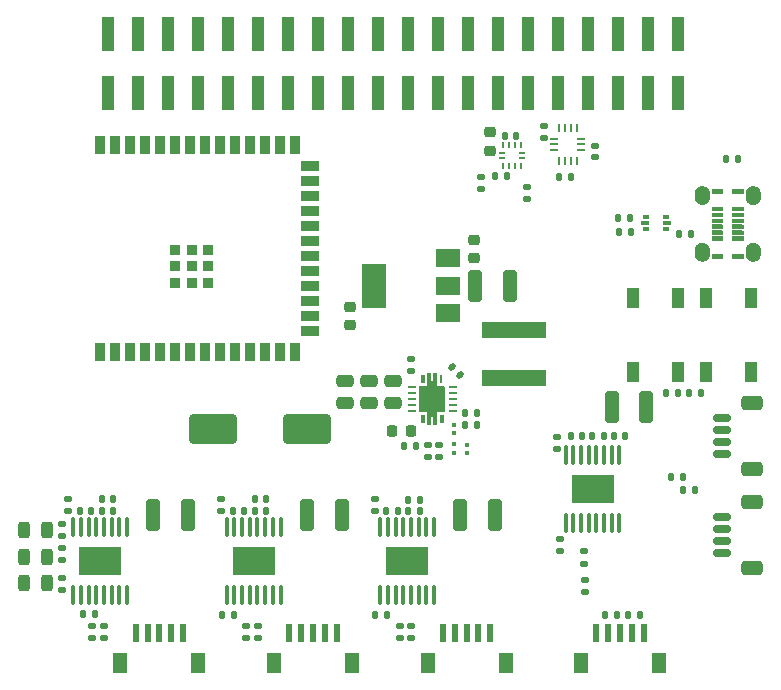
<source format=gbr>
%TF.GenerationSoftware,KiCad,Pcbnew,8.0.6*%
%TF.CreationDate,2024-10-16T15:49:25-04:00*%
%TF.ProjectId,motorgo_plink,6d6f746f-7267-46f5-9f70-6c696e6b2e6b,rev?*%
%TF.SameCoordinates,Original*%
%TF.FileFunction,Paste,Top*%
%TF.FilePolarity,Positive*%
%FSLAX46Y46*%
G04 Gerber Fmt 4.6, Leading zero omitted, Abs format (unit mm)*
G04 Created by KiCad (PCBNEW 8.0.6) date 2024-10-16 15:49:25*
%MOMM*%
%LPD*%
G01*
G04 APERTURE LIST*
G04 Aperture macros list*
%AMRoundRect*
0 Rectangle with rounded corners*
0 $1 Rounding radius*
0 $2 $3 $4 $5 $6 $7 $8 $9 X,Y pos of 4 corners*
0 Add a 4 corners polygon primitive as box body*
4,1,4,$2,$3,$4,$5,$6,$7,$8,$9,$2,$3,0*
0 Add four circle primitives for the rounded corners*
1,1,$1+$1,$2,$3*
1,1,$1+$1,$4,$5*
1,1,$1+$1,$6,$7*
1,1,$1+$1,$8,$9*
0 Add four rect primitives between the rounded corners*
20,1,$1+$1,$2,$3,$4,$5,0*
20,1,$1+$1,$4,$5,$6,$7,0*
20,1,$1+$1,$6,$7,$8,$9,0*
20,1,$1+$1,$8,$9,$2,$3,0*%
%AMFreePoly0*
4,1,45,-0.117574,2.202426,-0.100000,2.160000,-0.100000,1.500000,0.100000,1.500000,0.100000,2.160000,0.117574,2.202426,0.160000,2.220000,0.400000,2.220000,0.442426,2.202426,0.460000,2.160000,0.460000,1.076000,1.016000,1.076000,1.058426,1.058426,1.076000,1.016000,1.076000,-1.016000,1.058426,-1.058426,1.016000,-1.076000,0.460000,-1.076000,0.460000,-2.160000,0.442426,-2.202426,
0.400000,-2.220000,0.160000,-2.220000,0.117574,-2.202426,0.100000,-2.160000,0.100000,-1.500000,-0.100000,-1.500000,-0.100000,-2.160000,-0.117574,-2.202426,-0.160000,-2.220000,-0.400000,-2.220000,-0.442426,-2.202426,-0.460000,-2.160000,-0.460000,-1.076000,-1.016000,-1.076000,-1.058426,-1.058426,-1.076000,-1.016000,-1.076000,1.016000,-1.058426,1.058426,-1.016000,1.076000,-0.460000,1.076000,
-0.460000,2.160000,-0.442426,2.202426,-0.400000,2.220000,-0.160000,2.220000,-0.117574,2.202426,-0.117574,2.202426,$1*%
G04 Aperture macros list end*
%ADD10C,0.120000*%
%ADD11RoundRect,0.079500X0.100500X-0.079500X0.100500X0.079500X-0.100500X0.079500X-0.100500X-0.079500X0*%
%ADD12RoundRect,0.135000X0.185000X-0.135000X0.185000X0.135000X-0.185000X0.135000X-0.185000X-0.135000X0*%
%ADD13RoundRect,0.135000X-0.135000X-0.185000X0.135000X-0.185000X0.135000X0.185000X-0.135000X0.185000X0*%
%ADD14RoundRect,0.140000X0.140000X0.170000X-0.140000X0.170000X-0.140000X-0.170000X0.140000X-0.170000X0*%
%ADD15RoundRect,0.135000X-0.185000X0.135000X-0.185000X-0.135000X0.185000X-0.135000X0.185000X0.135000X0*%
%ADD16RoundRect,0.140000X-0.170000X0.140000X-0.170000X-0.140000X0.170000X-0.140000X0.170000X0.140000X0*%
%ADD17O,0.343000X1.747000*%
%ADD18R,3.550000X2.460000*%
%ADD19RoundRect,0.150000X-0.625000X0.150000X-0.625000X-0.150000X0.625000X-0.150000X0.625000X0.150000X0*%
%ADD20RoundRect,0.250000X-0.650000X0.350000X-0.650000X-0.350000X0.650000X-0.350000X0.650000X0.350000X0*%
%ADD21R,1.000000X1.700000*%
%ADD22RoundRect,0.140000X0.219203X0.021213X0.021213X0.219203X-0.219203X-0.021213X-0.021213X-0.219203X0*%
%ADD23R,0.600000X1.550000*%
%ADD24R,1.200000X1.800000*%
%ADD25RoundRect,0.225000X0.250000X-0.225000X0.250000X0.225000X-0.250000X0.225000X-0.250000X-0.225000X0*%
%ADD26RoundRect,0.250000X-0.325000X-1.100000X0.325000X-1.100000X0.325000X1.100000X-0.325000X1.100000X0*%
%ADD27R,0.500000X0.375000*%
%ADD28R,0.650000X0.300000*%
%ADD29R,0.280000X0.785000*%
%ADD30R,0.785000X0.280000*%
%ADD31RoundRect,0.140000X-0.140000X-0.170000X0.140000X-0.170000X0.140000X0.170000X-0.140000X0.170000X0*%
%ADD32RoundRect,0.243750X0.243750X0.456250X-0.243750X0.456250X-0.243750X-0.456250X0.243750X-0.456250X0*%
%ADD33RoundRect,0.135000X0.135000X0.185000X-0.135000X0.185000X-0.135000X-0.185000X0.135000X-0.185000X0*%
%ADD34RoundRect,0.250000X0.475000X-0.250000X0.475000X0.250000X-0.475000X0.250000X-0.475000X-0.250000X0*%
%ADD35RoundRect,0.225000X-0.225000X-0.250000X0.225000X-0.250000X0.225000X0.250000X-0.225000X0.250000X0*%
%ADD36RoundRect,0.250000X1.750000X1.000000X-1.750000X1.000000X-1.750000X-1.000000X1.750000X-1.000000X0*%
%ADD37R,5.500000X1.430000*%
%ADD38RoundRect,0.225000X-0.250000X0.225000X-0.250000X-0.225000X0.250000X-0.225000X0.250000X0.225000X0*%
%ADD39R,2.000000X1.500000*%
%ADD40R,2.000000X3.800000*%
%ADD41R,0.870000X0.300000*%
%ADD42RoundRect,0.250000X0.325000X1.100000X-0.325000X1.100000X-0.325000X-1.100000X0.325000X-1.100000X0*%
%ADD43R,0.900000X1.500000*%
%ADD44R,1.500000X0.900000*%
%ADD45R,0.900000X0.900000*%
%ADD46R,0.390000X0.800000*%
%ADD47R,0.800000X0.280000*%
%ADD48R,0.280000X0.800000*%
%ADD49FreePoly0,0.000000*%
%ADD50R,1.000000X3.000000*%
%ADD51R,0.280000X0.500000*%
%ADD52R,0.500000X0.280000*%
%ADD53RoundRect,0.079500X-0.100500X0.079500X-0.100500X-0.079500X0.100500X-0.079500X0.100500X0.079500X0*%
G04 APERTURE END LIST*
D10*
%TO.C,J1*%
X170145315Y-78942881D02*
X169275315Y-78942881D01*
X169275315Y-78642881D01*
X170145315Y-78642881D01*
X170145315Y-78942881D01*
G36*
X170145315Y-78942881D02*
G01*
X169275315Y-78942881D01*
X169275315Y-78642881D01*
X170145315Y-78642881D01*
X170145315Y-78942881D01*
G37*
X170145315Y-80442881D02*
X169275315Y-80442881D01*
X169275315Y-80142881D01*
X170145315Y-80142881D01*
X170145315Y-80442881D01*
G36*
X170145315Y-80442881D02*
G01*
X169275315Y-80442881D01*
X169275315Y-80142881D01*
X170145315Y-80142881D01*
X170145315Y-80442881D01*
G37*
X170145315Y-74942881D02*
X169275315Y-74942881D01*
X169275315Y-74642881D01*
X170145315Y-74642881D01*
X170145315Y-74942881D01*
G36*
X170145315Y-74942881D02*
G01*
X169275315Y-74942881D01*
X169275315Y-74642881D01*
X170145315Y-74642881D01*
X170145315Y-74942881D01*
G37*
X170145315Y-76442881D02*
X169275315Y-76442881D01*
X169275315Y-76142881D01*
X170145315Y-76142881D01*
X170145315Y-76442881D01*
G36*
X170145315Y-76442881D02*
G01*
X169275315Y-76442881D01*
X169275315Y-76142881D01*
X170145315Y-76142881D01*
X170145315Y-76442881D01*
G37*
X170145315Y-76942881D02*
X169275315Y-76942881D01*
X169275315Y-76642881D01*
X170145315Y-76642881D01*
X170145315Y-76942881D01*
G36*
X170145315Y-76942881D02*
G01*
X169275315Y-76942881D01*
X169275315Y-76642881D01*
X170145315Y-76642881D01*
X170145315Y-76942881D01*
G37*
X170145315Y-77442881D02*
X169275315Y-77442881D01*
X169275315Y-77142881D01*
X170145315Y-77142881D01*
X170145315Y-77442881D01*
G36*
X170145315Y-77442881D02*
G01*
X169275315Y-77442881D01*
X169275315Y-77142881D01*
X170145315Y-77142881D01*
X170145315Y-77442881D01*
G37*
X170145315Y-77942881D02*
X169275315Y-77942881D01*
X169275315Y-77642881D01*
X170145315Y-77642881D01*
X170145315Y-77942881D01*
G36*
X170145315Y-77942881D02*
G01*
X169275315Y-77942881D01*
X169275315Y-77642881D01*
X170145315Y-77642881D01*
X170145315Y-77942881D01*
G37*
X170145315Y-78442881D02*
X169275315Y-78442881D01*
X169275315Y-78142881D01*
X170145315Y-78142881D01*
X170145315Y-78442881D01*
G36*
X170145315Y-78442881D02*
G01*
X169275315Y-78442881D01*
X169275315Y-78142881D01*
X170145315Y-78142881D01*
X170145315Y-78442881D01*
G37*
X171875315Y-78442881D02*
X171005315Y-78442881D01*
X171005315Y-78142881D01*
X171875315Y-78142881D01*
X171875315Y-78442881D01*
G36*
X171875315Y-78442881D02*
G01*
X171005315Y-78442881D01*
X171005315Y-78142881D01*
X171875315Y-78142881D01*
X171875315Y-78442881D01*
G37*
X171875315Y-78942881D02*
X171005315Y-78942881D01*
X171005315Y-78642881D01*
X171875315Y-78642881D01*
X171875315Y-78942881D01*
G36*
X171875315Y-78942881D02*
G01*
X171005315Y-78942881D01*
X171005315Y-78642881D01*
X171875315Y-78642881D01*
X171875315Y-78942881D01*
G37*
X171875315Y-80442881D02*
X171005315Y-80442881D01*
X171005315Y-80142881D01*
X171875315Y-80142881D01*
X171875315Y-80442881D01*
G36*
X171875315Y-80442881D02*
G01*
X171005315Y-80442881D01*
X171005315Y-80142881D01*
X171875315Y-80142881D01*
X171875315Y-80442881D01*
G37*
X171875315Y-74942881D02*
X171005315Y-74942881D01*
X171005315Y-74642881D01*
X171875315Y-74642881D01*
X171875315Y-74942881D01*
G36*
X171875315Y-74942881D02*
G01*
X171005315Y-74942881D01*
X171005315Y-74642881D01*
X171875315Y-74642881D01*
X171875315Y-74942881D01*
G37*
X171875315Y-76442881D02*
X171005315Y-76442881D01*
X171005315Y-76142881D01*
X171875315Y-76142881D01*
X171875315Y-76442881D01*
G36*
X171875315Y-76442881D02*
G01*
X171005315Y-76442881D01*
X171005315Y-76142881D01*
X171875315Y-76142881D01*
X171875315Y-76442881D01*
G37*
X171875315Y-76942881D02*
X171005315Y-76942881D01*
X171005315Y-76642881D01*
X171875315Y-76642881D01*
X171875315Y-76942881D01*
G36*
X171875315Y-76942881D02*
G01*
X171005315Y-76942881D01*
X171005315Y-76642881D01*
X171875315Y-76642881D01*
X171875315Y-76942881D01*
G37*
X171875315Y-77442881D02*
X171005315Y-77442881D01*
X171005315Y-77142881D01*
X171875315Y-77142881D01*
X171875315Y-77442881D01*
G36*
X171875315Y-77442881D02*
G01*
X171005315Y-77442881D01*
X171005315Y-77142881D01*
X171875315Y-77142881D01*
X171875315Y-77442881D01*
G37*
X171875315Y-77942881D02*
X171005315Y-77942881D01*
X171005315Y-77642881D01*
X171875315Y-77642881D01*
X171875315Y-77942881D01*
G36*
X171875315Y-77942881D02*
G01*
X171005315Y-77942881D01*
X171005315Y-77642881D01*
X171875315Y-77642881D01*
X171875315Y-77942881D01*
G37*
X168470315Y-74394881D02*
X168499315Y-74397881D01*
X168529315Y-74401881D01*
X168558315Y-74407881D01*
X168587315Y-74414881D01*
X168616315Y-74423881D01*
X168644315Y-74433881D01*
X168672315Y-74445881D01*
X168699315Y-74458881D01*
X168725315Y-74472881D01*
X168750315Y-74488881D01*
X168775315Y-74505881D01*
X168799315Y-74523881D01*
X168822315Y-74542881D01*
X168844315Y-74562881D01*
X168865315Y-74584881D01*
X168885315Y-74606881D01*
X168903315Y-74630881D01*
X168921315Y-74654881D01*
X168937315Y-74679881D01*
X168952315Y-74705881D01*
X168965315Y-74732881D01*
X168978315Y-74759881D01*
X168989315Y-74787881D01*
X168998315Y-74815881D01*
X169006315Y-74844881D01*
X169013315Y-74873881D01*
X169018315Y-74903881D01*
X169022315Y-74932881D01*
X169024315Y-74962881D01*
X169025315Y-74992881D01*
X169025315Y-75292881D01*
X169024315Y-75322881D01*
X169022315Y-75352881D01*
X169018315Y-75381881D01*
X169013315Y-75411881D01*
X169006315Y-75440881D01*
X168998315Y-75469881D01*
X168989315Y-75497881D01*
X168978315Y-75525881D01*
X168965315Y-75552881D01*
X168952315Y-75579881D01*
X168937315Y-75605881D01*
X168921315Y-75630881D01*
X168903315Y-75654881D01*
X168885315Y-75678881D01*
X168865315Y-75700881D01*
X168844315Y-75721881D01*
X168822315Y-75742881D01*
X168799315Y-75761881D01*
X168775315Y-75779881D01*
X168750315Y-75796881D01*
X168725315Y-75812881D01*
X168699315Y-75826881D01*
X168672315Y-75839881D01*
X168644315Y-75850881D01*
X168616315Y-75861881D01*
X168587315Y-75870881D01*
X168558315Y-75877881D01*
X168529315Y-75883881D01*
X168499315Y-75887881D01*
X168470315Y-75890881D01*
X168440315Y-75892881D01*
X168410315Y-75892881D01*
X168380315Y-75890881D01*
X168350315Y-75887881D01*
X168321315Y-75883881D01*
X168291315Y-75877881D01*
X168262315Y-75870881D01*
X168234315Y-75861881D01*
X168206315Y-75850881D01*
X168178315Y-75839881D01*
X168151315Y-75826881D01*
X168125315Y-75812881D01*
X168099315Y-75796881D01*
X168075315Y-75779881D01*
X168051315Y-75761881D01*
X168028315Y-75742881D01*
X168006315Y-75721881D01*
X167985315Y-75700881D01*
X167965315Y-75678881D01*
X167947315Y-75654881D01*
X167929315Y-75630881D01*
X167913315Y-75605881D01*
X167898315Y-75579881D01*
X167884315Y-75552881D01*
X167872315Y-75525881D01*
X167861315Y-75497881D01*
X167852315Y-75469881D01*
X167843315Y-75440881D01*
X167837315Y-75411881D01*
X167832315Y-75381881D01*
X167828315Y-75352881D01*
X167826315Y-75322881D01*
X167825315Y-75292881D01*
X167825315Y-74992881D01*
X167826315Y-74962881D01*
X167828315Y-74932881D01*
X167832315Y-74903881D01*
X167837315Y-74873881D01*
X167843315Y-74844881D01*
X167852315Y-74815881D01*
X167861315Y-74787881D01*
X167872315Y-74759881D01*
X167884315Y-74732881D01*
X167898315Y-74705881D01*
X167913315Y-74679881D01*
X167929315Y-74654881D01*
X167947315Y-74630881D01*
X167965315Y-74606881D01*
X167985315Y-74584881D01*
X168006315Y-74562881D01*
X168028315Y-74542881D01*
X168051315Y-74523881D01*
X168075315Y-74505881D01*
X168099315Y-74488881D01*
X168125315Y-74472881D01*
X168151315Y-74458881D01*
X168178315Y-74445881D01*
X168206315Y-74433881D01*
X168234315Y-74423881D01*
X168262315Y-74414881D01*
X168291315Y-74407881D01*
X168321315Y-74401881D01*
X168350315Y-74397881D01*
X168380315Y-74394881D01*
X168410315Y-74392881D01*
X168440315Y-74392881D01*
X168470315Y-74394881D01*
G36*
X168470315Y-74394881D02*
G01*
X168499315Y-74397881D01*
X168529315Y-74401881D01*
X168558315Y-74407881D01*
X168587315Y-74414881D01*
X168616315Y-74423881D01*
X168644315Y-74433881D01*
X168672315Y-74445881D01*
X168699315Y-74458881D01*
X168725315Y-74472881D01*
X168750315Y-74488881D01*
X168775315Y-74505881D01*
X168799315Y-74523881D01*
X168822315Y-74542881D01*
X168844315Y-74562881D01*
X168865315Y-74584881D01*
X168885315Y-74606881D01*
X168903315Y-74630881D01*
X168921315Y-74654881D01*
X168937315Y-74679881D01*
X168952315Y-74705881D01*
X168965315Y-74732881D01*
X168978315Y-74759881D01*
X168989315Y-74787881D01*
X168998315Y-74815881D01*
X169006315Y-74844881D01*
X169013315Y-74873881D01*
X169018315Y-74903881D01*
X169022315Y-74932881D01*
X169024315Y-74962881D01*
X169025315Y-74992881D01*
X169025315Y-75292881D01*
X169024315Y-75322881D01*
X169022315Y-75352881D01*
X169018315Y-75381881D01*
X169013315Y-75411881D01*
X169006315Y-75440881D01*
X168998315Y-75469881D01*
X168989315Y-75497881D01*
X168978315Y-75525881D01*
X168965315Y-75552881D01*
X168952315Y-75579881D01*
X168937315Y-75605881D01*
X168921315Y-75630881D01*
X168903315Y-75654881D01*
X168885315Y-75678881D01*
X168865315Y-75700881D01*
X168844315Y-75721881D01*
X168822315Y-75742881D01*
X168799315Y-75761881D01*
X168775315Y-75779881D01*
X168750315Y-75796881D01*
X168725315Y-75812881D01*
X168699315Y-75826881D01*
X168672315Y-75839881D01*
X168644315Y-75850881D01*
X168616315Y-75861881D01*
X168587315Y-75870881D01*
X168558315Y-75877881D01*
X168529315Y-75883881D01*
X168499315Y-75887881D01*
X168470315Y-75890881D01*
X168440315Y-75892881D01*
X168410315Y-75892881D01*
X168380315Y-75890881D01*
X168350315Y-75887881D01*
X168321315Y-75883881D01*
X168291315Y-75877881D01*
X168262315Y-75870881D01*
X168234315Y-75861881D01*
X168206315Y-75850881D01*
X168178315Y-75839881D01*
X168151315Y-75826881D01*
X168125315Y-75812881D01*
X168099315Y-75796881D01*
X168075315Y-75779881D01*
X168051315Y-75761881D01*
X168028315Y-75742881D01*
X168006315Y-75721881D01*
X167985315Y-75700881D01*
X167965315Y-75678881D01*
X167947315Y-75654881D01*
X167929315Y-75630881D01*
X167913315Y-75605881D01*
X167898315Y-75579881D01*
X167884315Y-75552881D01*
X167872315Y-75525881D01*
X167861315Y-75497881D01*
X167852315Y-75469881D01*
X167843315Y-75440881D01*
X167837315Y-75411881D01*
X167832315Y-75381881D01*
X167828315Y-75352881D01*
X167826315Y-75322881D01*
X167825315Y-75292881D01*
X167825315Y-74992881D01*
X167826315Y-74962881D01*
X167828315Y-74932881D01*
X167832315Y-74903881D01*
X167837315Y-74873881D01*
X167843315Y-74844881D01*
X167852315Y-74815881D01*
X167861315Y-74787881D01*
X167872315Y-74759881D01*
X167884315Y-74732881D01*
X167898315Y-74705881D01*
X167913315Y-74679881D01*
X167929315Y-74654881D01*
X167947315Y-74630881D01*
X167965315Y-74606881D01*
X167985315Y-74584881D01*
X168006315Y-74562881D01*
X168028315Y-74542881D01*
X168051315Y-74523881D01*
X168075315Y-74505881D01*
X168099315Y-74488881D01*
X168125315Y-74472881D01*
X168151315Y-74458881D01*
X168178315Y-74445881D01*
X168206315Y-74433881D01*
X168234315Y-74423881D01*
X168262315Y-74414881D01*
X168291315Y-74407881D01*
X168321315Y-74401881D01*
X168350315Y-74397881D01*
X168380315Y-74394881D01*
X168410315Y-74392881D01*
X168440315Y-74392881D01*
X168470315Y-74394881D01*
G37*
X168470315Y-79194881D02*
X168499315Y-79197881D01*
X168529315Y-79201881D01*
X168558315Y-79207881D01*
X168587315Y-79214881D01*
X168616315Y-79223881D01*
X168644315Y-79234881D01*
X168672315Y-79245881D01*
X168699315Y-79258881D01*
X168725315Y-79272881D01*
X168750315Y-79288881D01*
X168775315Y-79305881D01*
X168799315Y-79323881D01*
X168822315Y-79342881D01*
X168844315Y-79363881D01*
X168865315Y-79384881D01*
X168885315Y-79406881D01*
X168903315Y-79430881D01*
X168921315Y-79454881D01*
X168937315Y-79479881D01*
X168952315Y-79505881D01*
X168965315Y-79532881D01*
X168978315Y-79559881D01*
X168989315Y-79587881D01*
X168998315Y-79615881D01*
X169006315Y-79644881D01*
X169013315Y-79673881D01*
X169018315Y-79703881D01*
X169022315Y-79732881D01*
X169024315Y-79762881D01*
X169025315Y-79792881D01*
X169025315Y-80092881D01*
X169024315Y-80122881D01*
X169022315Y-80152881D01*
X169018315Y-80181881D01*
X169013315Y-80211881D01*
X169006315Y-80240881D01*
X168998315Y-80269881D01*
X168989315Y-80297881D01*
X168978315Y-80325881D01*
X168965315Y-80352881D01*
X168952315Y-80379881D01*
X168937315Y-80405881D01*
X168921315Y-80430881D01*
X168903315Y-80454881D01*
X168885315Y-80478881D01*
X168865315Y-80500881D01*
X168844315Y-80522881D01*
X168822315Y-80542881D01*
X168799315Y-80561881D01*
X168775315Y-80579881D01*
X168750315Y-80596881D01*
X168725315Y-80612881D01*
X168699315Y-80626881D01*
X168672315Y-80639881D01*
X168644315Y-80651881D01*
X168616315Y-80661881D01*
X168587315Y-80670881D01*
X168558315Y-80677881D01*
X168529315Y-80683881D01*
X168499315Y-80687881D01*
X168470315Y-80690881D01*
X168440315Y-80692881D01*
X168410315Y-80692881D01*
X168380315Y-80690881D01*
X168350315Y-80687881D01*
X168321315Y-80683881D01*
X168291315Y-80677881D01*
X168262315Y-80670881D01*
X168234315Y-80661881D01*
X168206315Y-80651881D01*
X168178315Y-80639881D01*
X168151315Y-80626881D01*
X168125315Y-80612881D01*
X168099315Y-80596881D01*
X168075315Y-80579881D01*
X168051315Y-80561881D01*
X168028315Y-80542881D01*
X168006315Y-80522881D01*
X167985315Y-80500881D01*
X167965315Y-80478881D01*
X167947315Y-80454881D01*
X167929315Y-80430881D01*
X167913315Y-80405881D01*
X167898315Y-80379881D01*
X167884315Y-80352881D01*
X167872315Y-80325881D01*
X167861315Y-80297881D01*
X167852315Y-80269881D01*
X167843315Y-80240881D01*
X167837315Y-80211881D01*
X167832315Y-80181881D01*
X167828315Y-80152881D01*
X167826315Y-80122881D01*
X167825315Y-80092881D01*
X167825315Y-79792881D01*
X167826315Y-79762881D01*
X167828315Y-79732881D01*
X167832315Y-79703881D01*
X167837315Y-79673881D01*
X167843315Y-79644881D01*
X167852315Y-79615881D01*
X167861315Y-79587881D01*
X167872315Y-79559881D01*
X167884315Y-79532881D01*
X167898315Y-79505881D01*
X167913315Y-79479881D01*
X167929315Y-79454881D01*
X167947315Y-79430881D01*
X167965315Y-79406881D01*
X167985315Y-79384881D01*
X168006315Y-79363881D01*
X168028315Y-79342881D01*
X168051315Y-79323881D01*
X168075315Y-79305881D01*
X168099315Y-79288881D01*
X168125315Y-79272881D01*
X168151315Y-79258881D01*
X168178315Y-79245881D01*
X168206315Y-79234881D01*
X168234315Y-79223881D01*
X168262315Y-79214881D01*
X168291315Y-79207881D01*
X168321315Y-79201881D01*
X168350315Y-79197881D01*
X168380315Y-79194881D01*
X168410315Y-79192881D01*
X168440315Y-79192881D01*
X168470315Y-79194881D01*
G36*
X168470315Y-79194881D02*
G01*
X168499315Y-79197881D01*
X168529315Y-79201881D01*
X168558315Y-79207881D01*
X168587315Y-79214881D01*
X168616315Y-79223881D01*
X168644315Y-79234881D01*
X168672315Y-79245881D01*
X168699315Y-79258881D01*
X168725315Y-79272881D01*
X168750315Y-79288881D01*
X168775315Y-79305881D01*
X168799315Y-79323881D01*
X168822315Y-79342881D01*
X168844315Y-79363881D01*
X168865315Y-79384881D01*
X168885315Y-79406881D01*
X168903315Y-79430881D01*
X168921315Y-79454881D01*
X168937315Y-79479881D01*
X168952315Y-79505881D01*
X168965315Y-79532881D01*
X168978315Y-79559881D01*
X168989315Y-79587881D01*
X168998315Y-79615881D01*
X169006315Y-79644881D01*
X169013315Y-79673881D01*
X169018315Y-79703881D01*
X169022315Y-79732881D01*
X169024315Y-79762881D01*
X169025315Y-79792881D01*
X169025315Y-80092881D01*
X169024315Y-80122881D01*
X169022315Y-80152881D01*
X169018315Y-80181881D01*
X169013315Y-80211881D01*
X169006315Y-80240881D01*
X168998315Y-80269881D01*
X168989315Y-80297881D01*
X168978315Y-80325881D01*
X168965315Y-80352881D01*
X168952315Y-80379881D01*
X168937315Y-80405881D01*
X168921315Y-80430881D01*
X168903315Y-80454881D01*
X168885315Y-80478881D01*
X168865315Y-80500881D01*
X168844315Y-80522881D01*
X168822315Y-80542881D01*
X168799315Y-80561881D01*
X168775315Y-80579881D01*
X168750315Y-80596881D01*
X168725315Y-80612881D01*
X168699315Y-80626881D01*
X168672315Y-80639881D01*
X168644315Y-80651881D01*
X168616315Y-80661881D01*
X168587315Y-80670881D01*
X168558315Y-80677881D01*
X168529315Y-80683881D01*
X168499315Y-80687881D01*
X168470315Y-80690881D01*
X168440315Y-80692881D01*
X168410315Y-80692881D01*
X168380315Y-80690881D01*
X168350315Y-80687881D01*
X168321315Y-80683881D01*
X168291315Y-80677881D01*
X168262315Y-80670881D01*
X168234315Y-80661881D01*
X168206315Y-80651881D01*
X168178315Y-80639881D01*
X168151315Y-80626881D01*
X168125315Y-80612881D01*
X168099315Y-80596881D01*
X168075315Y-80579881D01*
X168051315Y-80561881D01*
X168028315Y-80542881D01*
X168006315Y-80522881D01*
X167985315Y-80500881D01*
X167965315Y-80478881D01*
X167947315Y-80454881D01*
X167929315Y-80430881D01*
X167913315Y-80405881D01*
X167898315Y-80379881D01*
X167884315Y-80352881D01*
X167872315Y-80325881D01*
X167861315Y-80297881D01*
X167852315Y-80269881D01*
X167843315Y-80240881D01*
X167837315Y-80211881D01*
X167832315Y-80181881D01*
X167828315Y-80152881D01*
X167826315Y-80122881D01*
X167825315Y-80092881D01*
X167825315Y-79792881D01*
X167826315Y-79762881D01*
X167828315Y-79732881D01*
X167832315Y-79703881D01*
X167837315Y-79673881D01*
X167843315Y-79644881D01*
X167852315Y-79615881D01*
X167861315Y-79587881D01*
X167872315Y-79559881D01*
X167884315Y-79532881D01*
X167898315Y-79505881D01*
X167913315Y-79479881D01*
X167929315Y-79454881D01*
X167947315Y-79430881D01*
X167965315Y-79406881D01*
X167985315Y-79384881D01*
X168006315Y-79363881D01*
X168028315Y-79342881D01*
X168051315Y-79323881D01*
X168075315Y-79305881D01*
X168099315Y-79288881D01*
X168125315Y-79272881D01*
X168151315Y-79258881D01*
X168178315Y-79245881D01*
X168206315Y-79234881D01*
X168234315Y-79223881D01*
X168262315Y-79214881D01*
X168291315Y-79207881D01*
X168321315Y-79201881D01*
X168350315Y-79197881D01*
X168380315Y-79194881D01*
X168410315Y-79192881D01*
X168440315Y-79192881D01*
X168470315Y-79194881D01*
G37*
X172770315Y-74394881D02*
X172800315Y-74397881D01*
X172829315Y-74401881D01*
X172859315Y-74407881D01*
X172888315Y-74414881D01*
X172916315Y-74423881D01*
X172944315Y-74433881D01*
X172972315Y-74445881D01*
X172999315Y-74458881D01*
X173025315Y-74472881D01*
X173051315Y-74488881D01*
X173075315Y-74505881D01*
X173099315Y-74523881D01*
X173122315Y-74542881D01*
X173144315Y-74562881D01*
X173165315Y-74584881D01*
X173185315Y-74606881D01*
X173203315Y-74630881D01*
X173221315Y-74654881D01*
X173237315Y-74679881D01*
X173252315Y-74705881D01*
X173266315Y-74732881D01*
X173278315Y-74759881D01*
X173289315Y-74787881D01*
X173298315Y-74815881D01*
X173307315Y-74844881D01*
X173313315Y-74873881D01*
X173318315Y-74903881D01*
X173322315Y-74932881D01*
X173324315Y-74962881D01*
X173325315Y-74992881D01*
X173325315Y-75292881D01*
X173324315Y-75322881D01*
X173322315Y-75352881D01*
X173318315Y-75381881D01*
X173313315Y-75411881D01*
X173307315Y-75440881D01*
X173298315Y-75469881D01*
X173289315Y-75497881D01*
X173278315Y-75525881D01*
X173266315Y-75552881D01*
X173252315Y-75579881D01*
X173237315Y-75605881D01*
X173221315Y-75630881D01*
X173203315Y-75654881D01*
X173185315Y-75678881D01*
X173165315Y-75700881D01*
X173144315Y-75721881D01*
X173122315Y-75742881D01*
X173099315Y-75761881D01*
X173075315Y-75779881D01*
X173051315Y-75796881D01*
X173025315Y-75812881D01*
X172999315Y-75826881D01*
X172972315Y-75839881D01*
X172944315Y-75850881D01*
X172916315Y-75861881D01*
X172888315Y-75870881D01*
X172859315Y-75877881D01*
X172829315Y-75883881D01*
X172800315Y-75887881D01*
X172770315Y-75890881D01*
X172740315Y-75892881D01*
X172710315Y-75892881D01*
X172680315Y-75890881D01*
X172651315Y-75887881D01*
X172621315Y-75883881D01*
X172592315Y-75877881D01*
X172563315Y-75870881D01*
X172534315Y-75861881D01*
X172506315Y-75850881D01*
X172478315Y-75839881D01*
X172451315Y-75826881D01*
X172425315Y-75812881D01*
X172400315Y-75796881D01*
X172375315Y-75779881D01*
X172351315Y-75761881D01*
X172328315Y-75742881D01*
X172306315Y-75721881D01*
X172285315Y-75700881D01*
X172265315Y-75678881D01*
X172247315Y-75654881D01*
X172229315Y-75630881D01*
X172213315Y-75605881D01*
X172198315Y-75579881D01*
X172185315Y-75552881D01*
X172172315Y-75525881D01*
X172161315Y-75497881D01*
X172152315Y-75469881D01*
X172144315Y-75440881D01*
X172137315Y-75411881D01*
X172132315Y-75381881D01*
X172128315Y-75352881D01*
X172126315Y-75322881D01*
X172125315Y-75292881D01*
X172125315Y-74992881D01*
X172126315Y-74962881D01*
X172128315Y-74932881D01*
X172132315Y-74903881D01*
X172137315Y-74873881D01*
X172144315Y-74844881D01*
X172152315Y-74815881D01*
X172161315Y-74787881D01*
X172172315Y-74759881D01*
X172185315Y-74732881D01*
X172198315Y-74705881D01*
X172213315Y-74679881D01*
X172229315Y-74654881D01*
X172247315Y-74630881D01*
X172265315Y-74606881D01*
X172285315Y-74584881D01*
X172306315Y-74562881D01*
X172328315Y-74542881D01*
X172351315Y-74523881D01*
X172375315Y-74505881D01*
X172400315Y-74488881D01*
X172425315Y-74472881D01*
X172451315Y-74458881D01*
X172478315Y-74445881D01*
X172506315Y-74433881D01*
X172534315Y-74423881D01*
X172563315Y-74414881D01*
X172592315Y-74407881D01*
X172621315Y-74401881D01*
X172651315Y-74397881D01*
X172680315Y-74394881D01*
X172710315Y-74392881D01*
X172740315Y-74392881D01*
X172770315Y-74394881D01*
G36*
X172770315Y-74394881D02*
G01*
X172800315Y-74397881D01*
X172829315Y-74401881D01*
X172859315Y-74407881D01*
X172888315Y-74414881D01*
X172916315Y-74423881D01*
X172944315Y-74433881D01*
X172972315Y-74445881D01*
X172999315Y-74458881D01*
X173025315Y-74472881D01*
X173051315Y-74488881D01*
X173075315Y-74505881D01*
X173099315Y-74523881D01*
X173122315Y-74542881D01*
X173144315Y-74562881D01*
X173165315Y-74584881D01*
X173185315Y-74606881D01*
X173203315Y-74630881D01*
X173221315Y-74654881D01*
X173237315Y-74679881D01*
X173252315Y-74705881D01*
X173266315Y-74732881D01*
X173278315Y-74759881D01*
X173289315Y-74787881D01*
X173298315Y-74815881D01*
X173307315Y-74844881D01*
X173313315Y-74873881D01*
X173318315Y-74903881D01*
X173322315Y-74932881D01*
X173324315Y-74962881D01*
X173325315Y-74992881D01*
X173325315Y-75292881D01*
X173324315Y-75322881D01*
X173322315Y-75352881D01*
X173318315Y-75381881D01*
X173313315Y-75411881D01*
X173307315Y-75440881D01*
X173298315Y-75469881D01*
X173289315Y-75497881D01*
X173278315Y-75525881D01*
X173266315Y-75552881D01*
X173252315Y-75579881D01*
X173237315Y-75605881D01*
X173221315Y-75630881D01*
X173203315Y-75654881D01*
X173185315Y-75678881D01*
X173165315Y-75700881D01*
X173144315Y-75721881D01*
X173122315Y-75742881D01*
X173099315Y-75761881D01*
X173075315Y-75779881D01*
X173051315Y-75796881D01*
X173025315Y-75812881D01*
X172999315Y-75826881D01*
X172972315Y-75839881D01*
X172944315Y-75850881D01*
X172916315Y-75861881D01*
X172888315Y-75870881D01*
X172859315Y-75877881D01*
X172829315Y-75883881D01*
X172800315Y-75887881D01*
X172770315Y-75890881D01*
X172740315Y-75892881D01*
X172710315Y-75892881D01*
X172680315Y-75890881D01*
X172651315Y-75887881D01*
X172621315Y-75883881D01*
X172592315Y-75877881D01*
X172563315Y-75870881D01*
X172534315Y-75861881D01*
X172506315Y-75850881D01*
X172478315Y-75839881D01*
X172451315Y-75826881D01*
X172425315Y-75812881D01*
X172400315Y-75796881D01*
X172375315Y-75779881D01*
X172351315Y-75761881D01*
X172328315Y-75742881D01*
X172306315Y-75721881D01*
X172285315Y-75700881D01*
X172265315Y-75678881D01*
X172247315Y-75654881D01*
X172229315Y-75630881D01*
X172213315Y-75605881D01*
X172198315Y-75579881D01*
X172185315Y-75552881D01*
X172172315Y-75525881D01*
X172161315Y-75497881D01*
X172152315Y-75469881D01*
X172144315Y-75440881D01*
X172137315Y-75411881D01*
X172132315Y-75381881D01*
X172128315Y-75352881D01*
X172126315Y-75322881D01*
X172125315Y-75292881D01*
X172125315Y-74992881D01*
X172126315Y-74962881D01*
X172128315Y-74932881D01*
X172132315Y-74903881D01*
X172137315Y-74873881D01*
X172144315Y-74844881D01*
X172152315Y-74815881D01*
X172161315Y-74787881D01*
X172172315Y-74759881D01*
X172185315Y-74732881D01*
X172198315Y-74705881D01*
X172213315Y-74679881D01*
X172229315Y-74654881D01*
X172247315Y-74630881D01*
X172265315Y-74606881D01*
X172285315Y-74584881D01*
X172306315Y-74562881D01*
X172328315Y-74542881D01*
X172351315Y-74523881D01*
X172375315Y-74505881D01*
X172400315Y-74488881D01*
X172425315Y-74472881D01*
X172451315Y-74458881D01*
X172478315Y-74445881D01*
X172506315Y-74433881D01*
X172534315Y-74423881D01*
X172563315Y-74414881D01*
X172592315Y-74407881D01*
X172621315Y-74401881D01*
X172651315Y-74397881D01*
X172680315Y-74394881D01*
X172710315Y-74392881D01*
X172740315Y-74392881D01*
X172770315Y-74394881D01*
G37*
X172770315Y-79194881D02*
X172800315Y-79197881D01*
X172829315Y-79201881D01*
X172859315Y-79207881D01*
X172888315Y-79214881D01*
X172916315Y-79223881D01*
X172944315Y-79234881D01*
X172972315Y-79245881D01*
X172999315Y-79258881D01*
X173025315Y-79272881D01*
X173051315Y-79288881D01*
X173075315Y-79305881D01*
X173099315Y-79323881D01*
X173122315Y-79342881D01*
X173144315Y-79363881D01*
X173165315Y-79384881D01*
X173185315Y-79406881D01*
X173203315Y-79430881D01*
X173221315Y-79454881D01*
X173237315Y-79479881D01*
X173252315Y-79505881D01*
X173266315Y-79532881D01*
X173278315Y-79559881D01*
X173289315Y-79587881D01*
X173298315Y-79615881D01*
X173307315Y-79644881D01*
X173313315Y-79673881D01*
X173318315Y-79703881D01*
X173322315Y-79732881D01*
X173324315Y-79762881D01*
X173325315Y-79792881D01*
X173325315Y-80092881D01*
X173324315Y-80122881D01*
X173322315Y-80152881D01*
X173318315Y-80181881D01*
X173313315Y-80211881D01*
X173307315Y-80240881D01*
X173298315Y-80269881D01*
X173289315Y-80297881D01*
X173278315Y-80325881D01*
X173266315Y-80352881D01*
X173252315Y-80379881D01*
X173237315Y-80405881D01*
X173221315Y-80430881D01*
X173203315Y-80454881D01*
X173185315Y-80478881D01*
X173165315Y-80500881D01*
X173144315Y-80522881D01*
X173122315Y-80542881D01*
X173099315Y-80561881D01*
X173075315Y-80579881D01*
X173051315Y-80596881D01*
X173025315Y-80612881D01*
X172999315Y-80626881D01*
X172972315Y-80639881D01*
X172944315Y-80651881D01*
X172916315Y-80661881D01*
X172888315Y-80670881D01*
X172859315Y-80677881D01*
X172829315Y-80683881D01*
X172800315Y-80687881D01*
X172770315Y-80690881D01*
X172740315Y-80692881D01*
X172710315Y-80692881D01*
X172680315Y-80690881D01*
X172651315Y-80687881D01*
X172621315Y-80683881D01*
X172592315Y-80677881D01*
X172563315Y-80670881D01*
X172534315Y-80661881D01*
X172506315Y-80651881D01*
X172478315Y-80639881D01*
X172451315Y-80626881D01*
X172425315Y-80612881D01*
X172400315Y-80596881D01*
X172375315Y-80579881D01*
X172351315Y-80561881D01*
X172328315Y-80542881D01*
X172306315Y-80522881D01*
X172285315Y-80500881D01*
X172265315Y-80478881D01*
X172247315Y-80454881D01*
X172229315Y-80430881D01*
X172213315Y-80405881D01*
X172198315Y-80379881D01*
X172185315Y-80352881D01*
X172172315Y-80325881D01*
X172161315Y-80297881D01*
X172152315Y-80269881D01*
X172144315Y-80240881D01*
X172137315Y-80211881D01*
X172132315Y-80181881D01*
X172128315Y-80152881D01*
X172126315Y-80122881D01*
X172125315Y-80092881D01*
X172125315Y-79792881D01*
X172126315Y-79762881D01*
X172128315Y-79732881D01*
X172132315Y-79703881D01*
X172137315Y-79673881D01*
X172144315Y-79644881D01*
X172152315Y-79615881D01*
X172161315Y-79587881D01*
X172172315Y-79559881D01*
X172185315Y-79532881D01*
X172198315Y-79505881D01*
X172213315Y-79479881D01*
X172229315Y-79454881D01*
X172247315Y-79430881D01*
X172265315Y-79406881D01*
X172285315Y-79384881D01*
X172306315Y-79363881D01*
X172328315Y-79342881D01*
X172351315Y-79323881D01*
X172375315Y-79305881D01*
X172400315Y-79288881D01*
X172425315Y-79272881D01*
X172451315Y-79258881D01*
X172478315Y-79245881D01*
X172506315Y-79234881D01*
X172534315Y-79223881D01*
X172563315Y-79214881D01*
X172592315Y-79207881D01*
X172621315Y-79201881D01*
X172651315Y-79197881D01*
X172680315Y-79194881D01*
X172710315Y-79192881D01*
X172740315Y-79192881D01*
X172770315Y-79194881D01*
G36*
X172770315Y-79194881D02*
G01*
X172800315Y-79197881D01*
X172829315Y-79201881D01*
X172859315Y-79207881D01*
X172888315Y-79214881D01*
X172916315Y-79223881D01*
X172944315Y-79234881D01*
X172972315Y-79245881D01*
X172999315Y-79258881D01*
X173025315Y-79272881D01*
X173051315Y-79288881D01*
X173075315Y-79305881D01*
X173099315Y-79323881D01*
X173122315Y-79342881D01*
X173144315Y-79363881D01*
X173165315Y-79384881D01*
X173185315Y-79406881D01*
X173203315Y-79430881D01*
X173221315Y-79454881D01*
X173237315Y-79479881D01*
X173252315Y-79505881D01*
X173266315Y-79532881D01*
X173278315Y-79559881D01*
X173289315Y-79587881D01*
X173298315Y-79615881D01*
X173307315Y-79644881D01*
X173313315Y-79673881D01*
X173318315Y-79703881D01*
X173322315Y-79732881D01*
X173324315Y-79762881D01*
X173325315Y-79792881D01*
X173325315Y-80092881D01*
X173324315Y-80122881D01*
X173322315Y-80152881D01*
X173318315Y-80181881D01*
X173313315Y-80211881D01*
X173307315Y-80240881D01*
X173298315Y-80269881D01*
X173289315Y-80297881D01*
X173278315Y-80325881D01*
X173266315Y-80352881D01*
X173252315Y-80379881D01*
X173237315Y-80405881D01*
X173221315Y-80430881D01*
X173203315Y-80454881D01*
X173185315Y-80478881D01*
X173165315Y-80500881D01*
X173144315Y-80522881D01*
X173122315Y-80542881D01*
X173099315Y-80561881D01*
X173075315Y-80579881D01*
X173051315Y-80596881D01*
X173025315Y-80612881D01*
X172999315Y-80626881D01*
X172972315Y-80639881D01*
X172944315Y-80651881D01*
X172916315Y-80661881D01*
X172888315Y-80670881D01*
X172859315Y-80677881D01*
X172829315Y-80683881D01*
X172800315Y-80687881D01*
X172770315Y-80690881D01*
X172740315Y-80692881D01*
X172710315Y-80692881D01*
X172680315Y-80690881D01*
X172651315Y-80687881D01*
X172621315Y-80683881D01*
X172592315Y-80677881D01*
X172563315Y-80670881D01*
X172534315Y-80661881D01*
X172506315Y-80651881D01*
X172478315Y-80639881D01*
X172451315Y-80626881D01*
X172425315Y-80612881D01*
X172400315Y-80596881D01*
X172375315Y-80579881D01*
X172351315Y-80561881D01*
X172328315Y-80542881D01*
X172306315Y-80522881D01*
X172285315Y-80500881D01*
X172265315Y-80478881D01*
X172247315Y-80454881D01*
X172229315Y-80430881D01*
X172213315Y-80405881D01*
X172198315Y-80379881D01*
X172185315Y-80352881D01*
X172172315Y-80325881D01*
X172161315Y-80297881D01*
X172152315Y-80269881D01*
X172144315Y-80240881D01*
X172137315Y-80211881D01*
X172132315Y-80181881D01*
X172128315Y-80152881D01*
X172126315Y-80122881D01*
X172125315Y-80092881D01*
X172125315Y-79792881D01*
X172126315Y-79762881D01*
X172128315Y-79732881D01*
X172132315Y-79703881D01*
X172137315Y-79673881D01*
X172144315Y-79644881D01*
X172152315Y-79615881D01*
X172161315Y-79587881D01*
X172172315Y-79559881D01*
X172185315Y-79532881D01*
X172198315Y-79505881D01*
X172213315Y-79479881D01*
X172229315Y-79454881D01*
X172247315Y-79430881D01*
X172265315Y-79406881D01*
X172285315Y-79384881D01*
X172306315Y-79363881D01*
X172328315Y-79342881D01*
X172351315Y-79323881D01*
X172375315Y-79305881D01*
X172400315Y-79288881D01*
X172425315Y-79272881D01*
X172451315Y-79258881D01*
X172478315Y-79245881D01*
X172506315Y-79234881D01*
X172534315Y-79223881D01*
X172563315Y-79214881D01*
X172592315Y-79207881D01*
X172621315Y-79201881D01*
X172651315Y-79197881D01*
X172680315Y-79194881D01*
X172710315Y-79192881D01*
X172740315Y-79192881D01*
X172770315Y-79194881D01*
G37*
%TD*%
D11*
%TO.C,C20*%
X147400000Y-96945000D03*
X147400000Y-96255000D03*
%TD*%
D12*
%TO.C,R38*%
X153600000Y-75510000D03*
X153600000Y-74490000D03*
%TD*%
D13*
%TO.C,R4*%
X166490000Y-78425000D03*
X167510000Y-78425000D03*
%TD*%
D14*
%TO.C,C12*%
X144530000Y-100925000D03*
X143570000Y-100925000D03*
%TD*%
D15*
%TO.C,R19*%
X146200000Y-96290000D03*
X146200000Y-97310000D03*
%TD*%
D16*
%TO.C,C31*%
X159353757Y-70968755D03*
X159353757Y-71928755D03*
%TD*%
D15*
%TO.C,Rmode1*%
X130825000Y-111630000D03*
X130825000Y-112650000D03*
%TD*%
D17*
%TO.C,U4*%
X115198500Y-109023000D03*
X115848500Y-109023000D03*
X116498500Y-109023000D03*
X117148500Y-109023000D03*
X117798500Y-109023000D03*
X118448500Y-109023000D03*
X119098500Y-109023000D03*
X119748500Y-109023000D03*
X119748500Y-103277000D03*
X119098500Y-103277000D03*
X118448500Y-103277000D03*
X117798500Y-103277000D03*
X117148500Y-103277000D03*
X116498500Y-103277000D03*
X115848500Y-103277000D03*
X115198500Y-103277000D03*
D18*
X117473500Y-106150000D03*
%TD*%
D19*
%TO.C,J15*%
X170150000Y-102432000D03*
X170150000Y-103432000D03*
X170150000Y-104432000D03*
X170150000Y-105432000D03*
D20*
X172675000Y-101132000D03*
X172675000Y-106732000D03*
%TD*%
D14*
%TO.C,C30*%
X152680000Y-70100000D03*
X151720000Y-70100000D03*
%TD*%
D13*
%TO.C,R5*%
X170490000Y-72100000D03*
X171510000Y-72100000D03*
%TD*%
%TO.C,R10*%
X127765000Y-110675000D03*
X128785000Y-110675000D03*
%TD*%
D12*
%TO.C,R2*%
X114250000Y-104010000D03*
X114250000Y-102990000D03*
%TD*%
D21*
%TO.C,J2*%
X166400000Y-83850000D03*
X166400000Y-90150000D03*
X162600000Y-83850000D03*
X162600000Y-90150000D03*
%TD*%
D22*
%TO.C,C22*%
X147939411Y-90339411D03*
X147260589Y-89660589D03*
%TD*%
D13*
%TO.C,R14*%
X140765000Y-110675000D03*
X141785000Y-110675000D03*
%TD*%
D12*
%TO.C,R50*%
X155071957Y-70344954D03*
X155071957Y-69324954D03*
%TD*%
D15*
%TO.C,R11*%
X127750000Y-100890000D03*
X127750000Y-101910000D03*
%TD*%
D12*
%TO.C,Rp4*%
X158500000Y-108710000D03*
X158500000Y-107690000D03*
%TD*%
D23*
%TO.C,J18*%
X150500000Y-112225000D03*
X149500000Y-112225000D03*
X148500000Y-112225000D03*
X147500000Y-112225000D03*
X146500000Y-112225000D03*
D24*
X151800000Y-114750000D03*
X145200000Y-114750000D03*
%TD*%
D25*
%TO.C,C32*%
X150500000Y-71375000D03*
X150500000Y-69825000D03*
%TD*%
D26*
%TO.C,C10*%
X121979085Y-102242470D03*
X124929085Y-102242470D03*
%TD*%
D14*
%TO.C,C4*%
X131530000Y-100900000D03*
X130570000Y-100900000D03*
%TD*%
D27*
%TO.C,U2*%
X165397000Y-78037500D03*
D28*
X165472000Y-77500000D03*
D27*
X165397000Y-76962500D03*
X163697000Y-76962500D03*
D28*
X163622000Y-77500000D03*
D27*
X163697000Y-78037500D03*
%TD*%
D13*
%TO.C,R6*%
X161367000Y-78279000D03*
X162387000Y-78279000D03*
%TD*%
D29*
%TO.C,U11*%
X156331000Y-72242000D03*
X156831000Y-72242000D03*
X157331000Y-72242000D03*
X157831000Y-72242000D03*
D30*
X158223000Y-71350000D03*
X158223000Y-70850000D03*
X158223000Y-70350000D03*
D29*
X157831000Y-69458000D03*
X157331000Y-69458000D03*
X156831000Y-69458000D03*
X156331000Y-69458000D03*
D30*
X155939000Y-70350000D03*
X155939000Y-70850000D03*
X155939000Y-71350000D03*
%TD*%
D31*
%TO.C,C28*%
X157320000Y-95550000D03*
X158280000Y-95550000D03*
%TD*%
D32*
%TO.C,D1*%
X112937500Y-105760000D03*
X111062500Y-105760000D03*
%TD*%
D15*
%TO.C,Rp2*%
X116825000Y-111615000D03*
X116825000Y-112635000D03*
%TD*%
D19*
%TO.C,J13*%
X170150000Y-94050000D03*
X170150000Y-95050000D03*
X170150000Y-96050000D03*
X170150000Y-97050000D03*
D20*
X172675000Y-92750000D03*
X172675000Y-98350000D03*
%TD*%
D33*
%TO.C,R25*%
X144210000Y-96400000D03*
X143190000Y-96400000D03*
%TD*%
D26*
%TO.C,C29*%
X160775000Y-93100000D03*
X163725000Y-93100000D03*
%TD*%
D34*
%TO.C,C19*%
X138250000Y-92750000D03*
X138250000Y-90850000D03*
%TD*%
D31*
%TO.C,C27*%
X160981164Y-95551743D03*
X161941164Y-95551743D03*
%TD*%
%TO.C,C11*%
X143560196Y-101845085D03*
X144520196Y-101845085D03*
%TD*%
D35*
%TO.C,C17*%
X142225000Y-95100000D03*
X143775000Y-95100000D03*
%TD*%
D31*
%TO.C,C7*%
X117620000Y-101850000D03*
X118580000Y-101850000D03*
%TD*%
D15*
%TO.C,Rmode3*%
X143825000Y-111615001D03*
X143825000Y-112634999D03*
%TD*%
D13*
%TO.C,R17*%
X148390000Y-93576500D03*
X149410000Y-93576500D03*
%TD*%
D36*
%TO.C,C16*%
X135000000Y-94950000D03*
X127000000Y-94950000D03*
%TD*%
D15*
%TO.C,R15*%
X140750000Y-100890000D03*
X140750000Y-101910000D03*
%TD*%
D13*
%TO.C,R7*%
X161356000Y-77093000D03*
X162376000Y-77093000D03*
%TD*%
D34*
%TO.C,C2*%
X142250000Y-92750000D03*
X142250000Y-90850000D03*
%TD*%
D37*
%TO.C,L1*%
X152500000Y-90620000D03*
X152500000Y-86580000D03*
%TD*%
D12*
%TO.C,R1*%
X114250000Y-106010000D03*
X114250000Y-104990000D03*
%TD*%
D38*
%TO.C,C25*%
X138600000Y-84625000D03*
X138600000Y-86175000D03*
%TD*%
D39*
%TO.C,U8*%
X146950000Y-85100000D03*
X146950000Y-82800000D03*
D40*
X140650000Y-82800000D03*
D39*
X146950000Y-80500000D03*
%TD*%
D41*
%TO.C,J1*%
X169710315Y-80292881D03*
X169710315Y-78792881D03*
X169710315Y-78292881D03*
X169710315Y-77792881D03*
X169710315Y-77292881D03*
X169710315Y-76792881D03*
X169710315Y-76292881D03*
X169710315Y-74792881D03*
X171440315Y-74792881D03*
X171440315Y-76292881D03*
X171440315Y-76792881D03*
X171440315Y-77292881D03*
X171440315Y-77792881D03*
X171440315Y-78292881D03*
X171440315Y-78792881D03*
X171440315Y-80292881D03*
%TD*%
D15*
%TO.C,Rp3*%
X142850000Y-111615000D03*
X142850000Y-112635000D03*
%TD*%
D42*
%TO.C,C23*%
X152175000Y-82800000D03*
X149225000Y-82800000D03*
%TD*%
D15*
%TO.C,R36*%
X156400000Y-104290000D03*
X156400000Y-105310000D03*
%TD*%
D26*
%TO.C,C6*%
X134979085Y-102242470D03*
X137929085Y-102242470D03*
%TD*%
D12*
%TO.C,R3*%
X114261000Y-108599001D03*
X114261000Y-107579001D03*
%TD*%
D13*
%TO.C,R33*%
X160190000Y-110700000D03*
X161210000Y-110700000D03*
%TD*%
D21*
%TO.C,J3*%
X172600000Y-83850000D03*
X172600000Y-90150000D03*
X168800000Y-83850000D03*
X168800000Y-90150000D03*
%TD*%
D31*
%TO.C,C3*%
X130570000Y-101850000D03*
X131530000Y-101850000D03*
%TD*%
D23*
%TO.C,J16*%
X137500000Y-112225000D03*
X136500000Y-112225000D03*
X135500000Y-112225000D03*
X134500000Y-112225000D03*
X133500000Y-112225000D03*
D24*
X138800000Y-114750000D03*
X132200000Y-114750000D03*
%TD*%
D13*
%TO.C,R32*%
X162190000Y-110700000D03*
X163210000Y-110700000D03*
%TD*%
D43*
%TO.C,U1*%
X117500000Y-88406000D03*
X118770000Y-88406000D03*
X120040000Y-88406000D03*
X121310000Y-88406000D03*
X122580000Y-88406000D03*
X123850000Y-88406000D03*
X125120000Y-88406000D03*
X126390000Y-88406000D03*
X127660000Y-88406000D03*
X128930000Y-88406000D03*
X130200000Y-88406000D03*
X131470000Y-88406000D03*
X132740000Y-88406000D03*
X134010000Y-88406000D03*
D44*
X135260000Y-86641000D03*
X135260000Y-85371000D03*
X135260000Y-84101000D03*
X135260000Y-82831000D03*
X135260000Y-81561000D03*
X135260000Y-80291000D03*
X135260000Y-79021000D03*
X135260000Y-77751000D03*
X135260000Y-76481000D03*
X135260000Y-75211000D03*
X135260000Y-73941000D03*
X135260000Y-72671000D03*
D43*
X134010000Y-70906000D03*
X132740000Y-70906000D03*
X131470000Y-70906000D03*
X130200000Y-70906000D03*
X128930000Y-70906000D03*
X127660000Y-70906000D03*
X126390000Y-70906000D03*
X125120000Y-70906000D03*
X123850000Y-70906000D03*
X122580000Y-70906000D03*
X121310000Y-70906000D03*
X120040000Y-70906000D03*
X118770000Y-70906000D03*
X117500000Y-70906000D03*
D45*
X123820000Y-82556000D03*
X125220000Y-82556000D03*
X126620000Y-82556000D03*
X123820000Y-81156000D03*
X125220000Y-81156000D03*
X126620000Y-81156000D03*
X123820000Y-79756000D03*
X125220000Y-79756000D03*
X126620000Y-79756000D03*
%TD*%
D14*
%TO.C,C8*%
X118580000Y-100850000D03*
X117620000Y-100850000D03*
%TD*%
D32*
%TO.C,D3*%
X112937500Y-108000000D03*
X111062500Y-108000000D03*
%TD*%
D13*
%TO.C,R12*%
X115990000Y-110600000D03*
X117010000Y-110600000D03*
%TD*%
D31*
%TO.C,C26*%
X159157174Y-95547390D03*
X160117174Y-95547390D03*
%TD*%
D15*
%TO.C,Rmode2*%
X117825000Y-111615000D03*
X117825000Y-112635000D03*
%TD*%
D32*
%TO.C,D2*%
X112937500Y-103500000D03*
X111062500Y-103500000D03*
%TD*%
D12*
%TO.C,R24*%
X145200000Y-97309999D03*
X145200000Y-96290001D03*
%TD*%
D17*
%TO.C,U9*%
X156898500Y-102898000D03*
X157548500Y-102898000D03*
X158198500Y-102898000D03*
X158848500Y-102898000D03*
X159498500Y-102898000D03*
X160148500Y-102898000D03*
X160798500Y-102898000D03*
X161448500Y-102898000D03*
X161448500Y-97152000D03*
X160798500Y-97152000D03*
X160148500Y-97152000D03*
X159498500Y-97152000D03*
X158848500Y-97152000D03*
X158198500Y-97152000D03*
X157548500Y-97152000D03*
X156898500Y-97152000D03*
D18*
X159173500Y-100025000D03*
%TD*%
D13*
%TO.C,R49*%
X156352500Y-73567500D03*
X157372500Y-73567500D03*
%TD*%
%TO.C,R30*%
X166790000Y-100150000D03*
X167810000Y-100150000D03*
%TD*%
D25*
%TO.C,C24*%
X149100000Y-80475000D03*
X149100000Y-78925000D03*
%TD*%
D15*
%TO.C,Rp1*%
X129825000Y-111630000D03*
X129825000Y-112650000D03*
%TD*%
D17*
%TO.C,U3*%
X128198500Y-109023000D03*
X128848500Y-109023000D03*
X129498500Y-109023000D03*
X130148500Y-109023000D03*
X130798500Y-109023000D03*
X131448500Y-109023000D03*
X132098500Y-109023000D03*
X132748500Y-109023000D03*
X132748500Y-103277000D03*
X132098500Y-103277000D03*
X131448500Y-103277000D03*
X130798500Y-103277000D03*
X130148500Y-103277000D03*
X129498500Y-103277000D03*
X128848500Y-103277000D03*
X128198500Y-103277000D03*
D18*
X130473500Y-106150000D03*
%TD*%
D23*
%TO.C,J14*%
X124500000Y-112225000D03*
X123500000Y-112225000D03*
X122500000Y-112225000D03*
X121500000Y-112225000D03*
X120500000Y-112225000D03*
D24*
X125800000Y-114750000D03*
X119200000Y-114750000D03*
%TD*%
D46*
%TO.C,U6*%
X144795000Y-90675000D03*
D47*
X143875000Y-91400000D03*
X143875000Y-91900000D03*
X143875000Y-92400000D03*
X143875000Y-92900000D03*
X143875000Y-93400000D03*
D46*
X144795000Y-94125000D03*
X146405000Y-94125000D03*
D47*
X147325000Y-93400000D03*
X147325000Y-92900000D03*
X147325000Y-92400000D03*
X147325000Y-91900000D03*
X147325000Y-91400000D03*
D48*
X146350000Y-90675000D03*
D49*
X145600000Y-92400000D03*
%TD*%
D33*
%TO.C,R31*%
X166835000Y-99000000D03*
X165815000Y-99000000D03*
%TD*%
D50*
%TO.C,J4*%
X118114890Y-61472132D03*
X118114890Y-66512132D03*
X120654890Y-61472132D03*
X120654890Y-66512132D03*
X123194890Y-61472132D03*
X123194890Y-66512132D03*
X125734890Y-61472132D03*
X125734890Y-66512132D03*
X128274890Y-61472132D03*
X128274890Y-66512132D03*
X130814890Y-61472132D03*
X130814890Y-66512132D03*
X133354890Y-61472132D03*
X133354890Y-66512132D03*
X135894890Y-61472132D03*
X135894890Y-66512132D03*
X138434890Y-61472132D03*
X138434890Y-66512132D03*
X140974890Y-61472132D03*
X140974890Y-66512132D03*
X143514890Y-61472132D03*
X143514890Y-66512132D03*
X146054890Y-61472132D03*
X146054890Y-66512132D03*
X148594890Y-61472132D03*
X148594890Y-66512132D03*
X151134890Y-61472132D03*
X151134890Y-66512132D03*
X153674890Y-61472132D03*
X153674890Y-66512132D03*
X156214890Y-61472132D03*
X156214890Y-66512132D03*
X158754890Y-61472132D03*
X158754890Y-66512132D03*
X161294890Y-61472132D03*
X161294890Y-66512132D03*
X163834890Y-61472132D03*
X163834890Y-66512132D03*
X166374890Y-61472132D03*
X166374890Y-66512132D03*
%TD*%
D34*
%TO.C,C15*%
X140250000Y-92750000D03*
X140250000Y-90850000D03*
%TD*%
D15*
%TO.C,Rmode4*%
X158450000Y-105315000D03*
X158450000Y-106335000D03*
%TD*%
D31*
%TO.C,C13*%
X141720000Y-101850000D03*
X142680000Y-101850000D03*
%TD*%
%TO.C,C5*%
X128720000Y-101850000D03*
X129680000Y-101850000D03*
%TD*%
D33*
%TO.C,R16*%
X149410000Y-94576500D03*
X148390000Y-94576500D03*
%TD*%
D31*
%TO.C,C9*%
X115740000Y-101850000D03*
X116700000Y-101850000D03*
%TD*%
D17*
%TO.C,U5*%
X141198500Y-109023000D03*
X141848500Y-109023000D03*
X142498500Y-109023000D03*
X143148500Y-109023000D03*
X143798500Y-109023000D03*
X144448500Y-109023000D03*
X145098500Y-109023000D03*
X145748500Y-109023000D03*
X145748500Y-103277000D03*
X145098500Y-103277000D03*
X144448500Y-103277000D03*
X143798500Y-103277000D03*
X143148500Y-103277000D03*
X142498500Y-103277000D03*
X141848500Y-103277000D03*
X141198500Y-103277000D03*
D18*
X143473500Y-106150000D03*
%TD*%
D33*
%TO.C,R8*%
X166410000Y-91875000D03*
X165390000Y-91875000D03*
%TD*%
D15*
%TO.C,R37*%
X156200000Y-95590000D03*
X156200000Y-96610000D03*
%TD*%
D26*
%TO.C,C14*%
X147979085Y-102242470D03*
X150929085Y-102242470D03*
%TD*%
D11*
%TO.C,C1*%
X148500000Y-96965000D03*
X148500000Y-96275000D03*
%TD*%
D33*
%TO.C,R46*%
X151910000Y-73500000D03*
X150890000Y-73500000D03*
%TD*%
D12*
%TO.C,R18*%
X143800000Y-90059999D03*
X143800000Y-89040001D03*
%TD*%
D51*
%TO.C,U10*%
X153091957Y-70912954D03*
X152591957Y-70912954D03*
X152091957Y-70912954D03*
X151591957Y-70912954D03*
D52*
X151466957Y-71537954D03*
X151466957Y-72037954D03*
D51*
X151591957Y-72662954D03*
X152091957Y-72662954D03*
X152591957Y-72662954D03*
X153091957Y-72662954D03*
D52*
X153216957Y-72037954D03*
X153216957Y-71537954D03*
%TD*%
D13*
%TO.C,R9*%
X167365000Y-91875000D03*
X168385000Y-91875000D03*
%TD*%
D23*
%TO.C,J20*%
X163500000Y-112225000D03*
X162500000Y-112225000D03*
X161500000Y-112225000D03*
X160500000Y-112225000D03*
X159500000Y-112225000D03*
D24*
X164800000Y-114750000D03*
X158200000Y-114750000D03*
%TD*%
D15*
%TO.C,R39*%
X149700000Y-73590000D03*
X149700000Y-74610000D03*
%TD*%
D53*
%TO.C,C18*%
X147400000Y-94631500D03*
X147400000Y-95321500D03*
%TD*%
D15*
%TO.C,R13*%
X114750000Y-100890000D03*
X114750000Y-101910000D03*
%TD*%
M02*

</source>
